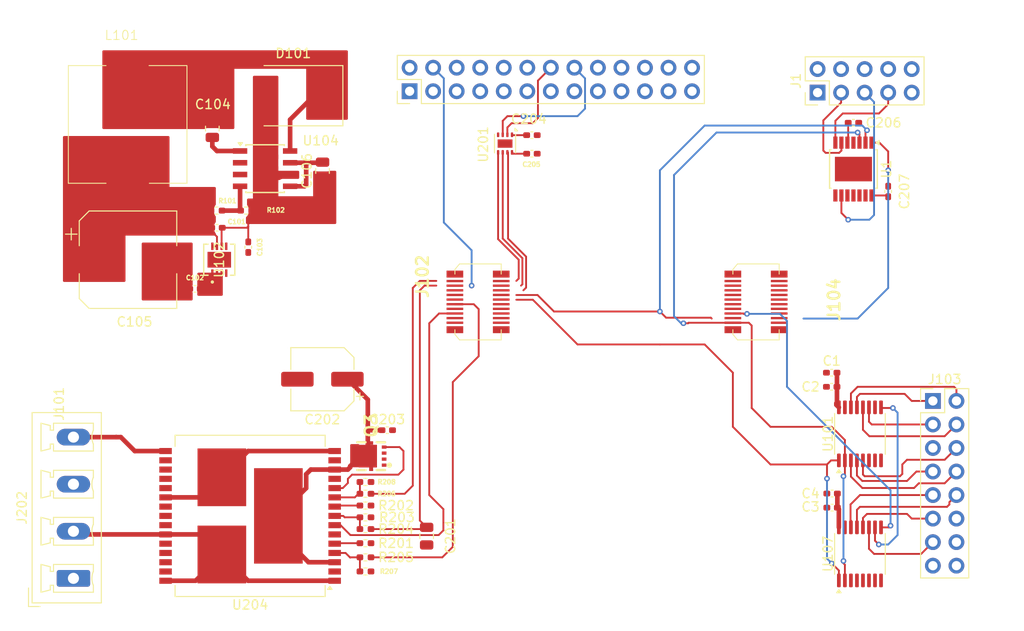
<source format=kicad_pcb>
(kicad_pcb (version 20240108) (generator "pcbnew") (generator_version "8.0")
  (layers (0 "F.Cu" signal) (1 "In1.Cu" signal) (2 "In2.Cu" signal) (31 "B.Cu" signal) (34 "B.Paste" user) (35 "F.Paste" user) (36 "B.SilkS" user "B.Silkscreen") (37 "F.SilkS" user "F.Silkscreen") (38 "B.Mask" user) (39 "F.Mask" user) (44 "Edge.Cuts" user))
  (net 0 "")
  (net 1 "GND")
  (net 2 "+5V")
  (net 3 "+3V3")
  (net 4 "+12V")
  (net 5 "WindowMotorCurrentSense")
  (net 9 "LatchMotorA")
  (net 13 "LatchMotorB")
  (net 17 "/LatchPositionThroughSignal")
  (net 18 "CanHigh")
  (net 19 "CanLow")
  (net 20 "/LatchSensorGreenConnector")
  (net 27 "/LatchSensorPurpleConnector")
  (net 28 "/CAN_RX")
  (net 29 "LatchMotorDirection")
  (net 30 "LatchMotorEnable")
  (net 31 "KeyfobOpen3v3")
  (net 32 "WindowMotorPWM")
  (net 33 "WindowMotorDirA")
  (net 35 "MirrorSpiChipSelect")
  (net 37 "/CAN_TX")
  (net 39 "/ParallelLoad")
  (net 40 "nSleep")
  (net 42 "WindowMotorDirB")
  (net 43 "KeyfobClose3v3")
  (net 44 "SpiMasterOutput")
  (net 45 "/CANSilentMode")
  (net 47 "SpiMasterInput")
  (net 48 "SpiClock")
  (net 49 "MirrorMotorsEnable")
  (net 53 "/Motors/WindowMotorB")
  (net 54 "/Motors/WindwoMotorA")
  (net 55 "/Motors/keyFobOpen12V")
  (net 56 "/Motors/KeyFobClose12V")
  (net 57 "/Motors/Vout")
  (net 58 "/Motors/MirrorMotorXA")
  (net 60 "/Motors/MirrorMotorYA")
  (net 70 "/BOOT")
  (net 71 "/PH")
  (net 72 "/VSENSE")
  (net 73 "/SS")
  (net 74 "/Motors/G")
  (net 75 "/Motors/MirrorMotorXYB")
  (net 81 "/Motors/EN{slash}DIAGA")
  (net 82 "/Motors/EN{slash}DIAGB")
  (net 83 "/Motors/CS")
  (net 84 "/Motors/INA")
  (net 85 "/Motors/INB")
  (net 87 "/MirrorRight")
  (net 88 "/MirrorSideSelect")
  (net 89 "/MirrorUp")
  (net 90 "/LatchOpen")
  (net 91 "/MirrorDown")
  (net 92 "/PassengerWindowUp")
  (net 93 "/DriverMirrorDown")
  (net 94 "/LatchClose")
  (net 95 "/PassengerWindowDown")
  (net 96 "/DriverWindowUp")
  (net 97 "/MirrorLeft")
  (net 99 "/SerialOut")
  (footprint "Capacitor_SMD:C_0402_1005Metric_Pad0.74x0.62mm_HandSolder" (layer "F.Cu") (at 156.114 74.41)
    (property "Reference" "C205")
    (property "Value" "0u1F")
  )
  (footprint "Connector_Phoenix_MC_HighVoltage:PhoenixContact_MCV_1,5_4-G-5.08_1x04_P5.08mm_Vertical" (layer "F.Cu") (at 106.6325 120.2395 90)
    (property "Reference" "J202")
    (property "Value" "Conn_01x04_Pin")
  )
  (footprint "Capacitor_SMD:C_0402_1005Metric_Pad0.74x0.62mm_HandSolder" (layer "F.Cu") (at 122.122 82.402)
    (property "Reference" "C101")
    (property "Value" "C")
  )
  (footprint "Package_SO:ST_MultiPowerSO-30" (layer "F.Cu") (at 125.7 113.5 180)
    (property "Reference" "U204")
    (property "Value" "VNH5019A-E")
  )
  (footprint "Resistor_SMD:R_0402_1005Metric_Pad0.72x0.64mm_HandSolder" (layer "F.Cu") (at 138.148 117.971 180)
    (property "Reference" "R205")
    (property "Value" "1K")
  )
  (footprint "Resistor_SMD:R_0402_1005Metric_Pad0.72x0.64mm_HandSolder" (layer "F.Cu") (at 122.072 80.552)
    (property "Reference" "R101")
    (property "Value" "10K")
  )
  (footprint "Resistor_SMD:R_0402_1005Metric_Pad0.72x0.64mm_HandSolder" (layer "F.Cu") (at 125.272 80.552)
    (property "Reference" "R102")
    (property "Value" "3K2")
  )
  (footprint "Capacitor_SMD:C_0402_1005Metric_Pad0.74x0.62mm_HandSolder" (layer "F.Cu") (at 188.468 99.567999 180)
    (property "Reference" "C2")
    (property "Value" "0u1F")
  )
  (footprint "Connector_PinHeader_2.54mm:PinHeader_2x08_P2.54mm_Vertical" (layer "F.Cu") (at 199.39 101.092)
    (property "Reference" "J103")
    (property "Value" "Conn_02x08_Odd_Even")
  )
  (footprint "Connector_PinHeader_2.54mm:PinHeader_2x13_P2.54mm_Vertical" (layer "F.Cu") (at 142.915 67.669 90)
    (property "Reference" "J101")
    (property "Value" "Conn_02x13_Odd_Even")
  )
  (footprint "Package_SO:Infineon_PG-TSDSO-14-22" (layer "F.Cu") (at 190.814 76.068 -90)
    (property "Reference" "U1")
    (property "Value" "TLE94103EP")
  )
  (footprint "Local_Footprints:LFCSP-8-1EP_3x3mm_P0.5mm_EP_1.70x2.54mm" (layer "F.Cu") (at 122.372 85.852 90)
    (property "Reference" "U102")
    (property "Value" "ADM7171ACPZ-3.0-R7")
  )
  (footprint "Capacitor_SMD:C_0402_1005Metric_Pad0.74x0.62mm_HandSolder" (layer "F.Cu") (at 188.468 98.044 180)
    (property "Reference" "C1")
    (property "Value" "0u1F")
  )
  (footprint "Capacitor_SMD:CP_Elec_6.3x5.4_Nichicon" (layer "F.Cu") (at 133.5 98.75 180)
    (property "Reference" "C202")
    (property "Value" "47uF")
  )
  (footprint "Capacitor_SMD:C_0402_1005Metric_Pad0.74x0.62mm_HandSolder" (layer "F.Cu") (at 125.5 84.5 90)
    (property "Reference" "C103")
    (property "Value" "C")
  )
  (footprint "Package_SON:WSON-8-1EP_2x2mm_P0.5mm_EP0.9x1.6mm" (layer "F.Cu") (at 153.214 73.318 -90)
    (property "Reference" "U201")
    (property "Value" "DRV8838")
  )
  (footprint "Resistor_SMD:R_0402_1005Metric_Pad0.72x0.64mm_HandSolder" (layer "F.Cu") (at 138.148 111.113 180)
    (property "Reference" "R206")
    (property "Value" "1K")
  )
  (footprint "Capacitor_SMD:C_0402_1005Metric_Pad0.74x0.62mm_HandSolder" (layer "F.Cu") (at 194.564 78.486 90)
    (property "Reference" "C207")
    (property "Value" "0u1F")
  )
  (footprint "Connector_PinHeader_2.54mm:PinHeader_2x05_P2.54mm_Vertical" (layer "F.Cu") (at 186.944 67.818 90)
    (property "Reference" "J1")
    (property "Value" "Conn_02x05_Odd_Even")
  )
  (footprint "Capacitor_SMD:C_0402_1005Metric_Pad0.74x0.62mm_HandSolder" (layer "F.Cu") (at 190.814 71.068)
    (property "Reference" "C206")
    (property "Value" "0u1F")
  )
  (footprint "Capacitor_SMD:C_0805_2012Metric" (layer "F.Cu") (at 133.517 76.272 90)
    (property "Reference" "C106")
    (property "Value" "4u7F")
  )
  (footprint "Local_Footprints:AXK520147YG" (layer "F.Cu") (at 150.299999 90.404 90)
    (property "Reference" "J102")
    (property "Value" "AXK520147YG" (hide yes))
  )
  (footprint "Resistor_SMD:R_0402_1005Metric_Pad0.72x0.64mm_HandSolder" (layer "F.Cu") (at 138.148 112.383 180)
    (property "Reference" "R202")
    (property "Value" "1K")
  )
  (footprint "Resistor_SMD:R_0402_1005Metric_Pad0.72x0.64mm_HandSolder" (layer "F.Cu") (at 138.148 119.495 180)
    (property "Reference" "R207")
    (property "Value" "3K3")
  )
  (footprint "Diode_SMD:D_SMC" (layer "F.Cu") (at 130.8 68.15 180)
    (property "Reference" "D101")
    (property "Value" "B340")
  )
  (footprint "Capacitor_SMD:C_0805_2012Metric" (layer "F.Cu") (at 144.752 115.685 -90)
    (property "Reference" "C201")
    (property "Value" "33nF")
  )
  (footprint "Resistor_SMD:R_0402_1005Metric_Pad0.72x0.64mm_HandSolder" (layer "F.Cu") (at 138.148 116.447 180)
    (property "Reference" "R201")
    (property "Value" "1K")
  )
  (footprint "Resistor_SMD:R_0402_1005Metric_Pad0.72x0.64mm_HandSolder" (layer "F.Cu") (at 138.148 109.843 180)
    (property "Reference" "R208")
    (property "Value" "3K3")
  )
  (footprint "Capacitor_SMD:CP_Elec_10x10" (layer "F.Cu") (at 112.522 85.852)
    (property "Reference" "C105")
    (property "Value" "470uF")
  )
  (footprint "Local_Footprints:SOIC-8-1EP_3.9x4.9mm_P1.27mm" (layer "F.Cu") (at 127.317 76.022)
    (property "Reference" "U104")
    (property "Value" "TPS5410DR")
  )
  (footprint "Capacitor_SMD:C_0402_1005Metric_Pad0.74x0.62mm_HandSolder" (layer "F.Cu") (at 188.510789 112.6105 180)
    (property "Reference" "C3")
    (property "Value" "0u1F")
  )
  (footprint "Resistor_SMD:R_0402_1005Metric_Pad0.72x0.64mm_HandSolder" (layer "F.Cu") (at 138.148 113.653)
    (property "Reference" "R203")
    (property "Value" "1K5")
  )
  (footprint "Local_Footprints:AXK520147YG" (layer "F.Cu") (at 180.299999 90.404 90)
    (property "Reference" "J104")
    (property "Value" "AXK520147YG" (hide yes))
  )
  (footprint "Package_SO:TSSOP-16_4.4x5mm_P0.65mm" (layer "F.Cu") (at 191.516 117.602 90)
    (property "Reference" "U107")
    (property "Value" "74HC165")
  )
  (footprint "Capacitor_SMD:C_0402_1005Metric_Pad0.74x0.62mm_HandSolder" (layer "F.Cu") (at 156.114 72.41)
    (property "Reference" "C204")
    (property "Value" "0u1F")
  )
  (footprint "Capacitor_SMD:C_0402_1005Metric_Pad0.74x0.62mm_HandSolder" (layer "F.Cu") (at 140.5 104.25)
    (property "Reference" "C203")
    (property "Value" "0.1uF")
  )
  (footprint "Package_SO:TSSOP-16_4.4x5mm_P0.65mm" (layer "F.Cu") (at 191.516 104.648 90)
    (property "Reference" "U101")
    (property "Value" "74HC165")
  )
  (footprint "Local_Footprints:L-SMD-13.45x12.6X5.0mm" (layer "F.Cu") (at 112.472 71.252 90)
    (property "Reference" "L101")
    (property "Value" "22uH")
  )
  (footprint "Capacitor_SMD:C_0402_1005Metric_Pad0.74x0.62mm_HandSolder" (layer "F.Cu") (at 188.510789 111.086501 180)
    (property "Reference" "C4")
    (property "Value" "0u1F")
  )
  (footprint "Local_Footprints:DFN_3X3_EP" (layer "F.Cu") (at 138.761999 107.049 90)
    (property "Reference" "Q3")
    (property "Value" "AON7410" (hide yes))
  )
  (footprint "Capacitor_SMD:C_0805_2012Metric" (layer "F.Cu") (at 121.622 71.702 90)
    (property "Reference" "C104")
    (property "Value" "10nF")
  )
  (footprint "Resistor_SMD:R_0402_1005Metric_Pad0.72x0.64mm_HandSolder" (layer "F.Cu") (at 138.148 114.923 180)
    (property "Reference" "R204")
    (property "Value" "10K")
  )
  (footprint "Capacitor_SMD:C_0402_1005Metric_Pad0.74x0.62mm_HandSolder" (layer "F.Cu") (at 119.75 89 180)
    (property "Reference" "C102")
    (property "Value" "C")
  )
  (segment (start 125.5 82) (end 125.8695 81.6305) (width 0.2) (layer "F.Cu") (net 1))
  (segment (start 125.5 83.9325) (end 125.5 82.25) (width 0.2) (layer "F.Cu") (net 1))
  (segment (start 125.348 82.402) (end 125.5 82.25) (width 0.2) (layer "F.Cu") (net 1))
  (segment (start 122.6895 82.402) (end 125.348 82.402) (width 0.2) (layer "F.Cu") (net 1))
  (segment (start 122.622 84.4042) (end 122.622 82.4695) (width 0.2) (layer "F.Cu") (net 1))
  (segment (start 125.5 82.25) (end 125.5 82) (width 0.2) (layer "F.Cu") (net 1))
  (segment (start 125.8695 81.6305) (end 125.8695 80.552) (width 0.2) (layer "F.Cu") (net 1))
  (segment (start 122.622 82.4695) (end 122.6895 82.402) (width 0.2) (layer "F.Cu") (net 1))
  (segment (start 121.621999 84.4042) (end 122.122 84.4042) (width 0.2) (layer "F.Cu") (net 2))
  (segment (start 122.122 84.4042) (end 122.122 83.372) (width 0.2) (layer "F.Cu") (net 2))
  (segment (start 121.5545 82.8045) (end 121.5545 82.402) (width 0.2) (layer "F.Cu") (net 2))
  (segment (start 122.122 83.372) (end 121.5545 82.8045) (width 0.2) (layer "F.Cu") (net 2))
  (segment (start 194.4285 78.918) (end 194.564 79.0535) (width 0.2) (layer "F.Cu") (net 3))
  (segment (start 192.764 78.918) (end 194.4285 78.918) (width 0.2) (layer "F.Cu") (net 3))
  (segment (start 189.0355 98.044) (end 189.0355 99.567999) (width 0.5) (layer "F.Cu") (net 3))
  (segment (start 188.976 101.5205) (end 188.976 101.346) (width 0.5) (layer "F.Cu") (net 3))
  (segment (start 189.241 114.7395) (end 189.241 112.773211) (width 0.5) (layer "F.Cu") (net 3))
  (segment (start 153.964001 74.268) (end 154.106001 74.41) (width 0.2) (layer "F.Cu") (net 3))
  (segment (start 189.241 101.7855) (end 188.976 101.5205) (width 0.5) (layer "F.Cu") (net 3))
  (segment (start 188.976 101.346) (end 189.0355 101.2865) (width 0.5) (layer "F.Cu") (net 3))
  (segment (start 122.1545 87.3323) (end 122.122 87.2998) (width 0.2) (layer "F.Cu") (net 3))
  (segment (start 189.0355 101.2865) (end 189.0355 99.567999) (width 0.5) (layer "F.Cu") (net 3))
  (segment (start 189.241 112.773211) (end 189.078289 112.6105) (width 0.5) (layer "F.Cu") (net 3))
  (segment (start 154.106001 74.41) (end 155.5465 74.41) (width 0.2) (layer "F.Cu") (net 3))
  (segment (start 189.078289 111.086501) (end 189.078289 112.6105) (width 0.5) (layer "F.Cu") (net 3))
  (segment (start 155.5465 72.41) (end 154.006001 72.41) (width 0.2) (layer "F.Cu") (net 4))
  (segment (start 131.75 75.387) (end 133.452 75.387) (width 0.5) (layer "F.Cu") (net 4))
  (segment (start 130.017 77.927) (end 131.573 77.927) (width 0.5) (layer "F.Cu") (net 4))
  (segment (start 130.017 75.387) (end 131.75 75.387) (width 0.5) (layer "F.Cu") (net 4))
  (segment (start 154.006001 72.41) (end 153.964001 72.368) (width 0.2) (layer "F.Cu") (net 4))
  (segment (start 190.2465 71.568) (end 190.2465 73.1355) (width 0.2) (layer "F.Cu") (net 4))
  (segment (start 131.75 77.75) (end 131.75 75.387) (width 0.5) (layer "F.Cu") (net 4))
  (segment (start 190.2465 73.1355) (end 190.164 73.218) (width 0.2) (layer "F.Cu") (net 4))
  (segment (start 131.573 77.927) (end 131.75 77.75) (width 0.5) (layer "F.Cu") (net 4))
  (segment (start 133.452 75.387) (end 133.517 75.322) (width 0.5) (layer "F.Cu") (net 4))
  (segment (start 138.7455 114.923) (end 144.564001 114.923) (width 0.2) (layer "F.Cu") (net 5))
  (segment (start 144.018 89.154) (end 144.526 88.646) (width 0.2) (layer "F.Cu") (net 5))
  (segment (start 144.564001 114.923) (end 144.752 114.735001) (width 0.2) (layer "F.Cu") (net 5))
  (segment (start 144.018 114.001001) (end 144.018 89.154) (width 0.2) (layer "F.Cu") (net 5))
  (segment (start 144.526 88.646) (end 145.796 88.646) (width 0.2) (layer "F.Cu") (net 5))
  (segment (start 144.752 114.735001) (end 144.018 114.001001) (width 0.2) (layer "F.Cu") (net 5))
  (segment (start 153.924 71.12) (end 156.21 71.12) (width 0.2) (layer "F.Cu") (net 9))
  (segment (start 156.21 71.12) (end 156.765 70.565) (width 0.2) (layer "F.Cu") (net 9))
  (segment (start 153.464 71.58) (end 153.924 71.12) (width 0.2) (layer "F.Cu") (net 9))
  (segment (start 156.765 70.565) (end 156.765 66.519) (width 0.2) (layer "F.Cu") (net 9))
  (segment (start 153.464 72.368) (end 153.464 71.58) (width 0.2) (layer "F.Cu") (net 9))
  (segment (start 156.765 66.519) (end 158.155 65.129) (width 0.2) (layer "F.Cu") (net 9))
  (segment (start 152.964 72.368) (end 152.964 70.866) (width 0.2) (layer "F.Cu") (net 13))
  (segment (start 153.472 70.358) (end 155.194 70.358) (width 0.2) (layer "F.Cu") (net 13))
  (segment (start 152.964 70.866) (end 153.472 70.358) (width 0.2) (layer "F.Cu") (net 13))
  (via (at 155.194 70.358) (size 0.6) (drill 0.3) (layers "F.Cu" "B.Cu") (net 13))
  (segment (start 161.845001 66.279001) (end 160.695 65.129) (width 0.2) (layer "B.Cu") (net 13))
  (segment (start 161.036 70.358) (end 161.845001 69.548999) (width 0.2) (layer "B.Cu") (net 13))
  (segment (start 161.845001 69.548999) (end 161.845001 66.279001) (width 0.2) (layer "B.Cu") (net 13))
  (segment (start 155.194 70.358) (end 161.036 70.358) (width 0.2) (layer "B.Cu") (net 13))
  (via (at 149.606 88.646) (size 0.6) (drill 0.3) (layers "F.Cu" "B.Cu") (net 20))
  (segment (start 149.606 84.836) (end 149.606 88.646) (width 0.2) (layer "B.Cu") (net 20))
  (segment (start 146.605 81.835) (end 149.606 84.836) (width 0.2) (layer "B.Cu") (net 20))
  (segment (start 146.605 66.279) (end 146.605 81.835) (width 0.2) (layer "B.Cu") (net 20))
  (segment (start 145.455 65.129) (end 146.605 66.279) (width 0.2) (layer "B.Cu") (net 20))
  (segment (start 155.086 88.5) (end 154.94 88.646) (width 0.2) (layer "F.Cu") (net 29))
  (segment (start 152.964 83.564314) (end 155.086 85.686314) (width 0.2) (layer "F.Cu") (net 29))
  (segment (start 155.086 85.686314) (end 155.086 88.5) (width 0.2) (layer "F.Cu") (net 29))
  (segment (start 152.964 74.268) (end 152.964 83.564314) (width 0.2) (layer "F.Cu") (net 29))
  (segment (start 154.686 87.884) (end 154.432 88.138) (width 0.2) (layer "F.Cu") (net 30))
  (segment (start 154.686 85.852) (end 154.686 87.884) (width 0.2) (layer "F.Cu") (net 30))
  (segment (start 152.463999 83.629999) (end 154.686 85.852) (width 0.2) (layer "F.Cu") (net 30))
  (segment (start 152.463999 74.268) (end 152.463999 83.629999) (width 0.2) (layer "F.Cu") (net 30))
  (segment (start 145.034 111.252) (end 145.034 92.71) (width 0.2) (layer "F.Cu") (net 32))
  (segment (start 136.525 115.57) (end 146.05 115.57) (width 0.2) (layer "F.Cu") (net 32))
  (segment (start 146.05 115.57) (end 146.558 115.062) (width 0.2) (layer "F.Cu") (net 32))
  (segment (start 146.558 112.776) (end 145.034 111.252) (width 0.2) (layer "F.Cu") (net 32))
  (segment (start 146.09 91.654) (end 147.8 91.654) (width 0.2) (layer "F.Cu") (net 32))
  (segment (start 135.455 114.5) (end 136.525 115.57) (width 0.2) (layer "F.Cu") (net 32))
  (segment (start 134.825 114.5) (end 135.455 114.5) (width 0.2) (layer "F.Cu") (net 32))
  (segment (start 146.558 115.062) (end 146.558 112.776) (width 0.2) (layer "F.Cu") (net 32))
  (segment (start 145.034 92.71) (end 146.09 91.654) (width 0.2) (layer "F.Cu") (net 32))
  (segment (start 138.7455 117.971) (end 146.443 117.971) (width 0.2) (layer "F.Cu") (net 33))
  (segment (start 149.836 90.654) (end 147.799999 90.654) (width 0.2) (layer "F.Cu") (net 33))
  (segment (start 146.443 117.971) (end 147.574 116.84) (width 0.2) (layer "F.Cu") (net 33))
  (segment (start 150.368 91.186) (end 149.836 90.654) (width 0.2) (layer "F.Cu") (net 33))
  (segment (start 147.574 99.06) (end 150.368 96.266) (width 0.2) (layer "F.Cu") (net 33))
  (segment (start 150.368 96.266) (end 150.368 91.186) (width 0.2) (layer "F.Cu") (net 33))
  (segment (start 147.574 116.84) (end 147.574 99.06) (width 0.2) (layer "F.Cu") (net 33))
  (segment (start 156.718 89.662) (end 154.432 89.662) (width 0.2) (layer "F.Cu") (net 35))
  (segment (start 170.596 92.11) (end 175.422 92.11) (width 0.2) (layer "F.Cu") (net 35))
  (segment (start 169.926 91.44) (end 158.496 91.44) (width 0.2) (layer "F.Cu") (net 35))
  (segment (start 192.114 72.046) (end 192.278 71.882) (width 0.2) (layer "F.Cu") (net 35))
  (segment (start 169.926 91.44) (end 170.596 92.11) (width 0.2) (layer "F.Cu") (net 35))
  (segment (start 192.114 73.218) (end 192.114 72.046) (width 0.2) (layer "F.Cu") (net 35))
  (segment (start 158.496 91.44) (end 156.718 89.662) (width 0.2) (layer "F.Cu") (net 35))
  (segment (start 175.422 92.11) (end 175.514 92.202) (width 0.2) (layer "F.Cu") (net 35))
  (via (at 169.926 91.44) (size 0.6) (drill 0.3) (layers "F.Cu" "B.Cu") (net 35))
  (via (at 192.278 71.882) (size 0.6) (drill 0.3) (layers "F.Cu" "B.Cu") (net 35))
  (segment (start 169.926 76.2) (end 169.926 91.44) (width 0.2) (layer "B.Cu") (net 35))
  (segment (start 174.752 71.374) (end 169.926 76.2) (width 0.2) (layer "B.Cu") (net 35))
  (segment (start 191.77 71.374) (end 174.752 71.374) (width 0.2) (layer "B.Cu") (net 35))
  (segment (start 192.278 71.882) (end 191.77 71.374) (width 0.2) (layer "B.Cu") (net 35))
  (segment (start 187.96 107.95) (end 188.3995 107.5105) (width 0.2) (layer "F.Cu") (net 39))
  (segment (start 188.3995 107.5105) (end 189.241 107.5105) (width 0.2) (layer "F.Cu") (net 39))
  (segment (start 161.036 94.996) (end 156.21 90.17) (width 0.2) (layer "F.Cu") (net 39))
  (segment (start 177.8 98.044) (end 174.752 94.996) (width 0.2) (layer "F.Cu") (net 39))
  (segment (start 189.241 119.391) (end 188.468 118.618) (width 0.2) (layer "F.Cu") (net 39))
  (segment (start 181.864 107.95) (end 179.578 105.664) (width 0.2) (layer "F.Cu") (net 39))
  (segment (start 156.21 90.17) (end 154.432 90.17) (width 0.2) (layer "F.Cu") (net 39))
  (segment (start 169.926 94.996) (end 161.036 94.996) (width 0.2) (layer "F.Cu") (net 39))
  (segment (start 177.8 103.886) (end 177.8 98.044) (width 0.2) (layer "F.Cu") (net 39))
  (segment (start 189.241 120.4645) (end 189.241 119.391) (width 0.2) (layer "F.Cu") (net 39))
  (segment (start 187.96 109.474) (end 187.96 107.95) (width 0.2) (layer "F.Cu") (net 39))
  (segment (start 179.578 105.664) (end 177.8 103.886) (width 0.2) (layer "F.Cu") (net 39))
  (segment (start 174.752 94.996) (end 169.926 94.996) (width 0.2) (layer "F.Cu") (net 39))
  (segment (start 187.96 107.95) (end 181.864 107.95) (width 0.2) (layer "F.Cu") (net 39))
  (via (at 188.468 118.618) (size 0.6) (drill 0.3) (layers "F.Cu" "B.Cu") (net 39))
  (via (at 187.96 109.474) (size 0.6) (drill 0.3) (layers "F.Cu" "B.Cu") (net 39))
  (segment (start 188.468 118.618) (end 187.96 118.11) (width 0.2) (layer "B.Cu") (net 39))
  (segment (start 187.96 118.11) (end 187.96 109.474) (width 0.2) (layer "B.Cu") (net 39))
  (segment (start 155.486 85.520628) (end 155.486 88.862) (width 0.2) (layer "F.Cu") (net 40))
  (segment (start 153.539001 83.573629) (end 155.486 85.520628) (width 0.2) (layer "F.Cu") (net 40))
  (segment (start 153.539001 74.291001) (end 153.539001 83.573629) (width 0.2) (layer "F.Cu") (net 40))
  (segment (start 155.486 88.862) (end 155.194 89.154) (width 0.2) (layer "F.Cu") (net 40))
  (segment (start 153.516 74.268) (end 153.539001 74.291001) (width 0.2) (layer "F.Cu") (net 40))
  (segment (start 153.464 74.268) (end 153.516 74.268) (width 0.2) (layer "F.Cu") (net 40))
  (segment (start 143.256 88.9) (end 144.018 88.138) (width 0.2) (layer "F.Cu") (net 42))
  (segment (start 142.379 111.113) (end 143.256 110.236) (width 0.2) (layer "F.Cu") (net 42))
  (segment (start 143.256 110.236) (end 143.256 88.9) (width 0.2) (layer "F.Cu") (net 42))
  (segment (start 144.018 88.138) (end 145.796 88.138) (width 0.2) (layer "F.Cu") (net 42))
  (segment (start 138.7455 111.113) (end 142.379 111.113) (width 0.2) (layer "F.Cu") (net 42))
  (segment (start 193.614 73.218) (end 194.564 74.168) (width 0.2) (layer "F.Cu") (net 44))
  (segment (start 194.564 74.168) (end 194.564 76.2) (width 0.2) (layer "F.Cu") (net 44))
  (segment (start 192.764 73.218) (end 193.614 73.218) (width 0.2) (layer "F.Cu") (net 44))
  (via (at 194.564 76.2) (size 0.6) (drill 0.3) (layers "F.Cu" "B.Cu") (net 44))
  (segment (start 194.564 88.9) (end 191.262 92.202) (width 0.2) (layer "B.Cu") (net 44))
  (segment (start 194.564 76.2) (end 194.564 88.9) (width 0.2) (layer "B.Cu") (net 44))
  (segment (start 191.262 92.202) (end 185.42 92.202) (width 0.2) (layer "B.Cu") (net 44))
  (segment (start 193.791 114.7395) (end 194.6325 114.7395) (width 0.2) (layer "F.Cu") (net 47))
  (segment (start 194.6325 114.7395) (end 194.818 114.554) (width 0.2) (layer "F.Cu") (net 47))
  (segment (start 178.964999 91.694) (end 179.324 91.694) (width 0.2) (layer "F.Cu") (net 47))
  (segment (start 178.924999 91.654) (end 178.964999 91.694) (width 0.2) (layer "F.Cu") (net 47))
  (segment (start 177.8 91.654) (end 178.924999 91.654) (width 0.2) (layer "F.Cu") (net 47))
  (via (at 179.324 91.694) (size 0.6) (drill 0.3) (layers "F.Cu" "B.Cu") (net 47))
  (via (at 194.818 114.554) (size 0.6) (drill 0.3) (layers "F.Cu" "B.Cu") (net 47))
  (segment (start 183.642 92.456) (end 183.642 99.568) (width 0.2) (layer "B.Cu") (net 47))
  (segment (start 194.818 110.744) (end 194.818 114.554) (width 0.2) (layer "B.Cu") (net 47))
  (segment (start 183.642 99.568) (end 194.818 110.744) (width 0.2) (layer "B.Cu") (net 47))
  (segment (start 182.88 91.694) (end 183.642 92.456) (width 0.2) (layer "B.Cu") (net 47))
  (segment (start 179.324 91.694) (end 182.88 91.694) (width 0.2) (layer "B.Cu") (net 47))
  (segment (start 172.466 92.71) (end 172.974 92.71) (width 0.2) (layer "F.Cu") (net 48))
  (segment (start 189.891 105.309) (end 189.891 107.5105) (width 0.2) (layer "F.Cu") (net 48))
  (segment (start 177.799999 92.654) (end 179.522 92.654) (width 0.2) (layer "F.Cu") (net 48))
  (segment (start 191.464 72.319354) (end 191.268348 72.123702) (width 0.2) (layer "F.Cu") (net 48))
  (segment (start 189.738 118.618) (end 189.891 118.771) (width 0.2) (layer "F.Cu") (net 48))
  (segment (start 189.738 109.22) (end 189.891 109.067) (width 0.2) (layer "F.Cu") (net 48))
  (segment (start 189.738 118.364) (end 189.738 118.618) (width 0.2) (layer "F.Cu") (net 48))
  (segment (start 189.891 118.771) (end 189.891 120.4645) (width 0.2) (layer "F.Cu") (net 48))
  (segment (start 179.522 92.654) (end 179.832 92.964) (width 0.2) (layer "F.Cu") (net 48))
  (segment (start 191.464 73.218) (end 191.464 72.319354) (width 0.2) (layer "F.Cu") (net 48))
  (segment (start 172.974 92.71) (end 173.03 92.654) (width 0.2) (layer "F.Cu") (net 48))
  (segment (start 188.468 103.886) (end 189.891 105.309) (width 0.2) (layer "F.Cu") (net 48))
  (segment (start 179.832 101.854) (end 181.864 103.886) (width 0.2) (layer "F.Cu") (net 48))
  (segment (start 173.03 92.654) (end 177.799999 92.654) (width 0.2) (layer "F.Cu") (net 48))
  (segment (start 181.864 103.886) (end 188.468 103.886) (width 0.2) (layer "F.Cu") (net 48))
  (segment (start 179.832 92.964) (end 179.832 101.854) (width 0.2) (layer "F.Cu") (net 48))
  (segment (start 189.891 107.5105) (end 189.891 109.067) (width 0.2) (layer "F.Cu") (net 48))
  (via (at 172.466 92.71) (size 0.6) (drill 0.3) (layers "F.Cu" "B.Cu") (net 48))
  (via (at 191.268348 72.123702) (size 0.6) (drill 0.3) (layers "F.Cu" "B.Cu") (net 48))
  (via (at 189.738 118.364) (size 0.6) (drill 0.3) (layers "F.Cu" "B.Cu") (net 48))
  (via (at 189.738 109.22) (size 0.6) (drill 0.3) (layers "F.Cu" "B.Cu") (net 48))
  (segment (start 171.45 91.948) (end 172.212 92.71) (width 0.2) (layer "B.Cu") (net 48))
  (segment (start 172.212 92.71) (end 172.466 92.71) (width 0.2) (layer "B.Cu") (net 48))
  (segment (start 171.45 76.708) (end 171.45 91.948) (width 0.2) (layer "B.Cu") (net 48))
  (segment (start 189.738 109.22) (end 189.738 118.364) (width 0.2) (layer "B.Cu") (net 48))
  (segment (start 191.268348 72.123702) (end 176.034298 72.123702) (width 0.2) (layer "B.Cu") (net 48))
  (segment (start 176.034298 72.123702) (end 171.45 76.708) (width 0.2) (layer "B.Cu") (net 48))
  (segment (start 120.485 111.5) (end 122.65 109.335) (width 0.5) (layer "F.Cu") (net 53))
  (segment (start 113.25 106.5) (end 111.75 105) (width 0.5) (layer "F.Cu") (net 53))
  (segment (start 116.575 106.5) (end 113.25 106.5) (width 0.5) (layer "F.Cu") (net 53))
  (segment (start 134.825 106.5) (end 125.485 106.5) (width 0.5) (layer "F.Cu") (net 53))
  (segment (start 111.2495 104.9995) (end 106.6325 104.9995) (width 0.5) (layer "F.Cu") (net 53))
  (segment (start 111.75 105) (end 111.25 105) (width 0.5) (layer "F.Cu") (net 53))
  (segment (start 111.25 105) (end 111.2495 104.9995) (width 0.5) (layer "F.Cu") (net 53))
  (segment (start 116.575 111.5) (end 120.485 111.5) (width 0.5) (layer "F.Cu") (net 53))
  (segment (start 125.485 106.5) (end 122.65 109.335) (width 0.5) (layer "F.Cu") (net 53))
  (segment (start 134.825 120.5) (end 125.485 120.5) (width 0.5) (layer "F.Cu") (net 54))
  (segment (start 125.485 120.5) (end 122.65 117.665) (width 0.5) (layer "F.Cu") (net 54))
  (segment (start 106.6325 115.159501) (end 106.972999 115.5) (width 0.5) (layer "F.Cu") (net 54))
  (segment (start 116.575 120.5) (end 119.815 120.5) (width 0.5) (layer "F.Cu") (net 54))
  (segment (start 119.815 120.5) (end 122.65 117.665) (width 0.5) (layer "F.Cu") (net 54))
  (segment (start 106.972999 115.5) (end 116.575 115.5) (width 0.5) (layer "F.Cu") (net 54))
  (segment (start 120.485 115.5) (end 122.65 117.665) (width 0.5) (layer "F.Cu") (net 54))
  (segment (start 116.575 115.5) (end 120.485 115.5) (width 0.5) (layer "F.Cu") (net 54))
  (segment (start 134.824999 108.5) (end 132.25 108.5) (width 0.5) (layer "F.Cu") (net 57))
  (segment (start 132 118.5) (end 128.75 115.25) (width 0.5) (layer "F.Cu") (net 57))
  (segment (start 136.5 108.135999) (end 137.261999 107.374) (width 0.5) (layer "F.Cu") (net 57))
  (segment (start 131.75 110.5) (end 128.75 113.5) (width 0.5) (layer "F.Cu") (net 57))
  (segment (start 138.401999 107.049) (end 138.401999 104.25) (width 0.5) (layer "F.Cu") (net 57))
  (segment (start 134.824999 108.5) (end 136.25 108.5) (width 0.5) (layer "F.Cu") (net 57))
  (segment (start 132.25 108.5) (end 131.75 109) (width 0.5) (layer "F.Cu") (net 57))
  (segment (start 136.5 108.25) (end 136.5 108.135999) (width 0.5) (layer "F.Cu") (net 57))
  (segment (start 138.401999 104.25) (end 138.401999 100.951999) (width 0.5) (layer "F.Cu") (net 57))
  (segment (start 136.25 108.5) (end 136.5 108.25) (width 0.5) (layer "F.Cu") (net 57))
  (segment (start 138.401999 100.951999) (end 136.2 98.75) (width 0.5) (layer "F.Cu") (net 57))
  (segment (start 139.9325 104.25) (end 138.401999 104.25) (width 0.5) (layer "F.Cu") (net 57))
  (segment (start 134.824999 118.5) (end 132 118.5) (width 0.5) (layer "F.Cu") (net 57))
  (segment (start 131.75 109) (end 131.75 110.5) (width 0.5) (layer "F.Cu") (net 57))
  (segment (start 137.261999 107.374) (end 137.261999 108.024) (width 0.2) (layer "F.Cu") (net 57))
  (segment (start 128.75 115.25) (end 128.75 113.5) (width 0.5) (layer "F.Cu") (net 57))
  (segment (start 189.514 80.802) (end 190.246 81.534) (width 0.2) (layer "F.Cu") (net 58))
  (segment (start 189.514 78.918) (end 189.514 80.802) (width 0.2) (layer "F.Cu") (net 58))
  (via (at 190.246 81.534) (size 0.6) (drill 0.3) (layers "F.Cu" "B.Cu") (net 58))
  (segment (start 192.532 81.534) (end 190.246 81.534) (width 0.2) (layer "B.Cu") (net 58))
  (segment (start 192.023999 67.818) (end 193.04 68.834001) (width 0.2) (layer "B.Cu") (net 58))
  (segment (start 193.04 81.026) (end 192.532 81.534) (width 0.2) (layer "B.Cu") (net 58))
  (segment (start 193.04 68.834001) (end 193.04 81.026) (width 0.2) (layer "B.Cu") (net 58))
  (segment (start 193.564 70.068) (end 194.564 69.068) (width 0.2) (layer "F.Cu") (net 60))
  (segment (start 194.564 69.068) (end 194.564 67.818) (width 0.2) (layer "F.Cu") (net 60))
  (segment (start 188.864 70.863) (end 189.659 70.068) (width 0.2) (layer "F.Cu") (net 60))
  (segment (start 189.659 70.068) (end 193.564 70.068) (width 0.2) (layer "F.Cu") (net 60))
  (segment (start 188.864 70.863) (end 188.864 73.218) (width 0.2) (layer "F.Cu") (net 60))
  (segment (start 124.617 74.117) (end 122.117 74.117) (width 0.5) (layer "F.Cu") (net 70))
  (segment (start 121.622 73.622) (end 122.117 74.117) (width 0.5) (layer "F.Cu") (net 70))
  (segment (start 121.622 72.652) (end 121.622 73.622) (width 0.5) (layer "F.Cu") (net 70))
  (segment (start 132.600001 68.149999) (end 134.199998 68.149999) (width 0.5) (layer "F.Cu") (net 71))
  (segment (start 130.017 74.117) (end 130.017 70.733) (width 0.5) (layer "F.Cu") (net 71))
  (segment (start 130.017 70.733) (end 132.600001 68.149999) (width 0.5) (layer "F.Cu") (net 71))
  (segment (start 122.6695 80.552) (end 124.6745 80.552) (width 0.5) (layer "F.Cu") (net 72))
  (segment (start 124.617 77.927) (end 124.617 80.4945) (width 0.5) (layer "F.Cu") (net 72))
  (segment (start 124.617 80.4945) (end 124.6745 80.552) (width 0.2) (layer "F.Cu") (net 72))
  (segment (start 134.825 110.5) (end 135.7 110.5) (width 0.2) (layer "F.Cu") (net 74))
  (segment (start 142.25 106.5) (end 141.824 106.074) (width 0.2) (layer "F.Cu") (net 74))
  (segment (start 136.25 109.5) (end 136.7 109.05) (width 0.2) (layer "F.Cu") (net 74))
  (segment (start 136.25 109.95) (end 136.25 109.5) (width 0.2) (layer "F.Cu") (net 74))
  (segment (start 136.7 109.05) (end 141.7 109.05) (width 0.2) (layer "F.Cu") (net 74))
  (segment (start 141.824 106.074) (end 140.161999 106.074) (width 0.2) (layer "F.Cu") (net 74))
  (segment (start 141.7 109.05) (end 142.25 108.5) (width 0.2) (layer "F.Cu") (net 74))
  (segment (start 135.7 110.5) (end 136.25 109.95) (width 0.2) (layer "F.Cu") (net 74))
  (segment (start 142.25 108.5) (end 142.25 106.5) (width 0.2) (layer "F.Cu") (net 74))
  (segment (start 187.564 74.068) (end 187.814 74.318) (width 0.2) (layer "F.Cu") (net 75))
  (segment (start 187.564 70.818) (end 187.564 74.068) (width 0.2) (layer "F.Cu") (net 75))
  (segment (start 189.514 74.073) (end 189.514 73.218) (width 0.2) (layer "F.Cu") (net 75))
  (segment (start 187.814 74.318) (end 189.269 74.318) (width 0.2) (layer "F.Cu") (net 75))
  (segment (start 189.484 67.818) (end 189.484 68.898) (width 0.2) (layer "F.Cu") (net 75))
  (segment (start 189.484 68.898) (end 187.564 70.818) (width 0.2) (layer "F.Cu") (net 75))
  (segment (start 189.269 74.318) (end 189.514 74.073) (width 0.2) (layer "F.Cu") (net 75))
  (segment (start 134.878 116.447) (end 134.825 116.5) (width 0.2) (layer "F.Cu") (net 81))
  (segment (start 137.5505 116.447) (end 134.878 116.447) (width 0.2) (layer "F.Cu") (net 81))
  (segment (start 134.942 112.383) (end 134.825 112.5) (width 0.2) (layer "F.Cu") (net 82))
  (segment (start 137.5505 112.383) (end 134.942 112.383) (width 0.2) (layer "F.Cu") (net 82))
  (segment (start 137.5505 114.923) (end 137.5505 113.653) (width 0.2) (layer "F.Cu") (net 83))
  (segment (start 137.5505 113.653) (end 135.903 113.653) (width 0.2) (layer "F.Cu") (net 83))
  (segment (start 135.75 113.5) (end 134.824999 113.5) (width 0.2) (layer "F.Cu") (net 83))
  (segment (start 135.903 113.653) (end 135.75 113.5) (width 0.2) (layer "F.Cu") (net 83))
  (segment (start 134.825 117.500001) (end 136.000001 117.500001) (width 0.2) (layer "F.Cu") (net 84))
  (segment (start 136.000001 117.500001) (end 136.5 118) (width 0.2) (layer "F.Cu") (net 84))
  (segment (start 136.5 118) (end 136.529 117.971) (width 0.2) (layer "F.Cu") (net 84))
  (segment (start 137.5505 117.971) (end 137.5505 119.495) (width 0.2) (layer "F.Cu") (net 84))
  (segment (start 136.529 117.971) (end 137.5505 117.971) (width 0.2) (layer "F.Cu") (net 84))
  (segment (start 137.5505 111.113) (end 137.387 111.113) (width 0.2) (layer "F.Cu") (net 85))
  (segment (start 137 111.5) (end 134.825 111.5) (width 0.2) (layer "F.Cu") (net 85))
  (segment (start 137.5505 109.843) (end 137.5505 111.113) (width 0.2) (layer "F.Cu") (net 85))
  (segment (start 137.387 111.113) (end 137 111.5) (width 0.2) (layer "F.Cu") (net 85))
  (segment (start 190.541 109.261) (end 191.77 110.49) (width 0.2) (layer "F.Cu") (net 87))
  (segment (start 197.358 110.49) (end 197.866 109.982) (width 0.2) (layer "F.Cu") (net 87))
  (segment (start 197.866 109.982) (end 200.66 109.982) (width 0.2) (layer "F.Cu") (net 87))
  (segment (start 190.541 107.5105) (end 190.541 109.261) (width 0.2) (layer "F.Cu") (net 87))
  (segment (start 191.77 110.49) (end 197.358 110.49) (width 0.2) (layer "F.Cu") (net 87))
  (segment (start 200.66 109.982) (end 201.93 108.712) (width 0.2) (layer "F.Cu") (net 87))
  (segment (start 200.66 107.442) (end 201.93 106.172) (width 0.2) (layer "F.Cu") (net 88))
  (segment (start 196.088 107.95) (end 196.596 107.442) (width 0.2) (layer "F.Cu") (net 88))
  (segment (start 195.834 109.22) (end 196.088 108.966) (width 0.2) (layer "F.Cu") (net 88))
  (segment (start 196.088 108.966) (end 196.088 107.95) (width 0.2) (layer "F.Cu") (net 88))
  (segment (start 192.024 109.22) (end 195.834 109.22) (width 0.2) (layer "F.Cu") (net 88))
  (segment (start 196.596 107.442) (end 200.66 107.442) (width 0.2) (layer "F.Cu") (net 88))
  (segment (start 191.841 107.5105) (end 191.841 109.037) (width 0.2) (layer "F.Cu") (net 88))
  (segment (start 191.841 109.037) (end 192.024 109.22) (width 0.2) (layer "F.Cu") (net 88))
  (segment (start 196.342 100.33) (end 197.104 101.092) (width 0.2) (layer "F.Cu") (net 89))
  (segment (start 191.516 100.33) (end 196.342 100.33) (width 0.2) (layer "F.Cu") (net 89))
  (segment (start 199.39 101.092) (end 197.104 101.092) (width 0.2) (layer "F.Cu") (net 89))
  (segment (start 191.191 100.655) (end 191.516 100.33) (width 0.2) (layer "F.Cu") (net 89))
  (segment (start 191.191 101.7855) (end 191.191 100.655) (width 0.2) (layer "F.Cu") (net 89))
  (segment (start 193.04 117.602) (end 198.12 117.602) (width 0.2) (layer "F.Cu") (net 90))
  (segment (start 198.12 117.602) (end 199.39 116.332) (width 0.2) (layer "F.Cu") (net 90))
  (segment (start 192.491 117.053) (end 193.04 117.602) (width 0.2) (layer "F.Cu") (net 90))
  (segment (start 192.491 114.7395) (end 192.491 117.053) (width 0.2) (layer "F.Cu") (net 90))
  (segment (start 190.541 100.289) (end 191.262 99.568) (width 0.2) (layer "F.Cu") (net 91))
  (segment (start 191.262 99.568) (end 201.676 99.568) (width 0.2) (layer "F.Cu") (net 91))
  (segment (start 190.541 101.7855) (end 190.541 100.289) (width 0.2) (layer "F.Cu") (net 91))
  (segment (start 201.676 99.568) (end 201.93 99.822) (width 0.2) (layer "F.Cu") (net 91))
  (segment (start 201.93 99.822) (end 201.93 101.092) (width 0.2) (layer "F.Cu") (net 91))
  (segment (start 201.168 112.268) (end 201.168 112.014) (width 0.2) (layer "F.Cu") (net 92))
  (segment (start 191.516 112.522) (end 200.914 112.522) (width 0.2) (layer "F.Cu") (net 92))
  (segment (start 201.168 112.014) (end 201.93 111.252) (width 0.2) (layer "F.Cu") (net 92))
  (segment (start 191.191 114.7395) (end 191.191 112.847) (width 0.2) (layer "F.Cu") (net 92))
  (segment (start 200.914 112.522) (end 201.168 112.268) (width 0.2) (layer "F.Cu") (net 92))
  (segment (start 191.191 112.847) (end 191.516 112.522) (width 0.2) (layer "F.Cu") (net 92))
  (segment (start 192.532 104.902) (end 200.66 104.902) (width 0.2) (layer "F.Cu") (net 93))
  (segment (start 191.841 101.7855) (end 191.841 104.211) (width 0.2) (layer "F.Cu") (net 93))
  (segment (start 200.66 104.902) (end 201.93 103.632) (width 0.2) (layer "F.Cu") (net 93))
  (segment (start 191.841 104.211) (end 192.532 104.902) (width 0.2) (layer "F.Cu") (net 93))
  (segment (start 196.596 113.284) (end 197.104 113.792) (width 0.2) (layer "F.Cu") (net 94))
  (segment (start 191.841 113.721) (end 192.278 113.284) (width 0.2) (layer "F.Cu") (net 94))
  (segment (start 191.841 114.7395) (end 191.841 113.721) (width 0.2) (layer "F.Cu") (net 94))
  (segment (start 197.104 113.792) (end 199.39 113.792) (width 0.2) (layer "F.Cu") (net 94))
  (segment (start 192.278 113.284) (end 196.596 113.284) (width 0.2) (layer "F.Cu") (net 94))
  (segment (start 199.39 111.252) (end 191.516 111.252) (width 0.2) (layer "F.Cu") (net 95))
  (segment (start 190.541 114.002001) (end 190.541 114.7395) (width 0.2) (layer "F.Cu") (net 95))
  (segment (start 190.5 113.961001) (end 190.541 114.002001) (width 0.2) (layer "F.Cu") (net 95))
  (segment (start 191.516 111.252) (end 190.5 112.268) (width 0.2) (layer "F.Cu") (net 95))
  (segment (start 190.5 112.268) (end 190.5 113.961001) (width 0.2) (layer "F.Cu") (net 95))
  (segment (start 192.491 101.7855) (end 192.491 102.522999) (width 0.2) (layer "F.Cu") (net 96))
  (segment (start 192.786 103.632) (end 199.39 103.632) (width 0.2) (layer "F.Cu") (net 96))
  (segment (start 192.491 101.7855) (end 192.491 103.337) (width 0.2) (layer "F.Cu") (net 96))
  (segment (start 192.491 103.337) (end 192.786 103.632) (width 0.2) (layer "F.Cu") (net 96))
  (segment (start 191.191 107.5105) (end 191.191 109.149) (width 0.2) (layer "F.Cu") (net 97))
  (segment (start 191.191 109.149) (end 191.77 109.728) (width 0.2) (layer "F.Cu") (net 97))
  (segment (start 191.77 109.728) (end 196.596 109.728) (width 0.2) (layer "F.Cu") (net 97))
  (segment (start 196.596 109.728) (end 197.612 108.712) (width 0.2) (layer "F.Cu") (net 97))
  (segment (start 197.612 108.712) (end 199.39 108.712) (width 0.2) (layer "F.Cu") (net 97))
  (segment (start 193.8595 101.854) (end 193.791 101.7855) (width 0.2) (layer "F.Cu") (net 99))
  (segment (start 195.072 101.854) (end 193.8595 101.854) (width 0.2) (layer "F.Cu") (net 99))
  (segment (start 193.141 116.179) (end 193.548 116.586) (width 0.2) (layer "F.Cu") (net 99))
  (segment (start 193.141 114.7395) (end 193.141 116.179) (width 0.2) (layer "F.Cu") (net 99))
  (via (at 195.072 101.854) (size 0.6) (drill 0.3) (layers "F.Cu" "B.Cu") (net 99))
  (via (at 193.548 116.586) (size 0.6) (drill 0.3) (layers "F.Cu" "B.Cu") (net 99))
  (segment (start 193.548 116.586) (end 194.564 116.586) (width 0.2) (layer "B.Cu") (net 99))
  (segment (start 195.58 102.362) (end 195.072 101.854) (width 0.2) (layer "B.Cu") (net 99))
  (segment (start 194.564 116.586) (end 195.58 115.57) (width 0.2) (layer "B.Cu") (net 99))
  (segment (start 195.58 115.57) (end 195.58 102.362) (width 0.2) (layer "B.Cu") (net 99))
  (zone (net 3) (net_name "+3V3") (layer "F.Cu") (priority 4) (connect_pads yes (clearance 0.2)) (min_thickness 0.25) (fill yes (thermal_gap 0.5) (thermal_bridge_width 0.5))
    (polygon (pts (xy 122.75 87.25) (xy 122.75 89.75) (xy 120 89.75) (xy 120 87.25)))
  )
  (zone (net 1) (net_name "GND") (layer "F.Cu") (connect_pads yes (clearance 0.5)) (min_thickness 0.25) (fill yes (thermal_gap 0.5) (thermal_bridge_width 0.5))
    (polygon (pts (xy 126 66) (xy 128.75 66) (xy 128.75 76.25) (xy 131 76.25) (xy 131 77.25) (xy 128.75 77.25) (xy 128.75 79) (xy 132.5 79) (xy 132.5 76.25) (xy 135 76.25) (xy 135 82) (xy 125.25 82) (xy 125.25 79.25) (xy 126 79.25)))
  )
  (zone (net 71) (net_name "/PH") (layer "F.Cu") (priority 1) (connect_pads yes (clearance 0.5)) (min_thickness 0.25) (fill yes (thermal_gap 0.5) (thermal_bridge_width 0.5))
    (polygon (pts (xy 131.75 70.75) (xy 136.25 70.75) (xy 136.25 63.25) (xy 109.75 63.25) (xy 109.75 71.75) (xy 124 71.75) (xy 124 65.25) (xy 131.75 65.25)))
  )
  (zone (net 57) (net_name "/Motors/Vout") (layer "F.Cu") (priority 5) (connect_pads yes (clearance 0.2)) (min_thickness 0.25) (fill yes (thermal_gap 0.5) (thermal_bridge_width 0.5))
    (polygon (pts (xy 136.5 108.25) (xy 137.5 108.25) (xy 137.5 105.75) (xy 136.5 105.75)))
  )
  (zone (net 1) (net_name "GND") (layer "F.Cu") (priority 3) (connect_pads yes (clearance 0.5)) (min_thickness 0.25) (fill yes (thermal_gap 0.5) (thermal_bridge_width 0.5))
    (polygon (pts (xy 114 84) (xy 119.5 84) (xy 119.5 90.25) (xy 114 90.25)))
  )
  (zone (net 2) (net_name "+5V") (layer "F.Cu") (priority 2) (connect_pads yes (clearance 0.5)) (min_thickness 0.25) (fill yes (thermal_gap 0.5) (thermal_bridge_width 0.5))
    (polygon (pts (xy 105.5 72.5) (xy 105.5 82.5) (xy 105.5 82.25) (xy 105.5 88.25) (xy 112.25 88.25) (xy 112.25 83.25) (xy 122 83.25) (xy 122 78) (xy 117 78) (xy 117 72.5)))
  )
)
</source>
